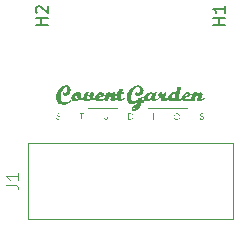
<source format=gto>
G04 #@! TF.GenerationSoftware,KiCad,Pcbnew,9.0.2-9.0.2-0~ubuntu24.04.1*
G04 #@! TF.CreationDate,2025-06-11T11:14:10+02:00*
G04 #@! TF.ProjectId,Conn_Ruban_Pixels,436f6e6e-5f52-4756-9261-6e5f50697865,rev?*
G04 #@! TF.SameCoordinates,Original*
G04 #@! TF.FileFunction,Legend,Top*
G04 #@! TF.FilePolarity,Positive*
%FSLAX46Y46*%
G04 Gerber Fmt 4.6, Leading zero omitted, Abs format (unit mm)*
G04 Created by KiCad (PCBNEW 9.0.2-9.0.2-0~ubuntu24.04.1) date 2025-06-11 11:14:10*
%MOMM*%
%LPD*%
G01*
G04 APERTURE LIST*
%ADD10C,0.100000*%
%ADD11C,0.150000*%
%ADD12C,0.000000*%
%ADD13C,3.000000*%
%ADD14C,3.600000*%
%ADD15C,5.600000*%
G04 APERTURE END LIST*
D10*
X134457419Y-105333333D02*
X135171704Y-105333333D01*
X135171704Y-105333333D02*
X135314561Y-105380952D01*
X135314561Y-105380952D02*
X135409800Y-105476190D01*
X135409800Y-105476190D02*
X135457419Y-105619047D01*
X135457419Y-105619047D02*
X135457419Y-105714285D01*
X135457419Y-104333333D02*
X135457419Y-104904761D01*
X135457419Y-104619047D02*
X134457419Y-104619047D01*
X134457419Y-104619047D02*
X134600276Y-104714285D01*
X134600276Y-104714285D02*
X134695514Y-104809523D01*
X134695514Y-104809523D02*
X134743133Y-104904761D01*
D11*
X152954819Y-91761904D02*
X151954819Y-91761904D01*
X152431009Y-91761904D02*
X152431009Y-91190476D01*
X152954819Y-91190476D02*
X151954819Y-91190476D01*
X152954819Y-90190476D02*
X152954819Y-90761904D01*
X152954819Y-90476190D02*
X151954819Y-90476190D01*
X151954819Y-90476190D02*
X152097676Y-90571428D01*
X152097676Y-90571428D02*
X152192914Y-90666666D01*
X152192914Y-90666666D02*
X152240533Y-90761904D01*
X137954819Y-91761904D02*
X136954819Y-91761904D01*
X137431009Y-91761904D02*
X137431009Y-91190476D01*
X137954819Y-91190476D02*
X136954819Y-91190476D01*
X137050057Y-90761904D02*
X137002438Y-90714285D01*
X137002438Y-90714285D02*
X136954819Y-90619047D01*
X136954819Y-90619047D02*
X136954819Y-90380952D01*
X136954819Y-90380952D02*
X137002438Y-90285714D01*
X137002438Y-90285714D02*
X137050057Y-90238095D01*
X137050057Y-90238095D02*
X137145295Y-90190476D01*
X137145295Y-90190476D02*
X137240533Y-90190476D01*
X137240533Y-90190476D02*
X137383390Y-90238095D01*
X137383390Y-90238095D02*
X137954819Y-90809523D01*
X137954819Y-90809523D02*
X137954819Y-90190476D01*
D10*
X136270000Y-101770000D02*
X153630000Y-101770000D01*
X153630000Y-108230000D01*
X136270000Y-108230000D01*
X136270000Y-101770000D01*
D12*
G36*
X139203397Y-98621935D02*
G01*
X139194017Y-98631315D01*
X139184637Y-98621935D01*
X139194017Y-98612555D01*
X139203397Y-98621935D01*
G37*
G36*
X146932512Y-99300290D02*
G01*
X146939451Y-99365108D01*
X146944726Y-99465080D01*
X146946771Y-99541090D01*
X146947792Y-99664471D01*
X146945425Y-99750716D01*
X146939659Y-99800055D01*
X146932113Y-99813146D01*
X146908176Y-99798323D01*
X146902902Y-99788751D01*
X146899791Y-99761669D01*
X146897935Y-99704930D01*
X146897452Y-99626377D01*
X146898460Y-99533854D01*
X146898801Y-99516685D01*
X146902941Y-99400084D01*
X146909124Y-99320521D01*
X146916607Y-99277619D01*
X146924650Y-99271001D01*
X146932512Y-99300290D01*
G37*
G36*
X140929782Y-99251376D02*
G01*
X140983543Y-99255059D01*
X141012403Y-99262412D01*
X141022650Y-99274427D01*
X141023042Y-99278508D01*
X141010651Y-99298074D01*
X140969578Y-99306136D01*
X140948005Y-99306647D01*
X140872968Y-99306647D01*
X140872968Y-99559896D01*
X140872375Y-99663659D01*
X140870189Y-99735377D01*
X140865805Y-99780510D01*
X140858616Y-99804520D01*
X140848016Y-99812867D01*
X140844829Y-99813146D01*
X140833300Y-99807804D01*
X140825332Y-99788135D01*
X140820317Y-99748681D01*
X140817649Y-99683980D01*
X140816722Y-99588572D01*
X140816691Y-99559896D01*
X140816691Y-99306647D01*
X140741654Y-99306647D01*
X140689478Y-99302000D01*
X140667979Y-99286598D01*
X140666617Y-99278508D01*
X140672995Y-99265094D01*
X140696322Y-99256606D01*
X140742888Y-99252049D01*
X140818982Y-99250431D01*
X140844829Y-99250369D01*
X140929782Y-99251376D01*
G37*
G36*
X144988558Y-99261792D02*
G01*
X145083920Y-99294709D01*
X145159272Y-99348827D01*
X145188126Y-99385097D01*
X145216230Y-99458083D01*
X145223465Y-99543894D01*
X145210710Y-99628488D01*
X145178847Y-99697822D01*
X145167654Y-99711496D01*
X145104112Y-99766554D01*
X145032868Y-99798632D01*
X144942451Y-99812042D01*
X144897254Y-99813146D01*
X144773885Y-99813146D01*
X144774941Y-99756868D01*
X144831166Y-99756868D01*
X144936218Y-99756868D01*
X145000601Y-99754300D01*
X145043725Y-99742532D01*
X145081720Y-99715471D01*
X145105051Y-99693087D01*
X145146098Y-99645699D01*
X145164644Y-99600733D01*
X145168832Y-99542353D01*
X145153706Y-99447915D01*
X145109411Y-99376371D01*
X145037569Y-99329181D01*
X144939805Y-99307808D01*
X144906806Y-99306647D01*
X144831166Y-99306647D01*
X144831166Y-99531758D01*
X144831166Y-99756868D01*
X144774941Y-99756868D01*
X144779077Y-99536447D01*
X144779165Y-99531758D01*
X144784268Y-99259749D01*
X144882539Y-99254086D01*
X144988558Y-99261792D01*
G37*
G36*
X142734968Y-99304868D02*
G01*
X142743232Y-99377016D01*
X142748891Y-99468917D01*
X142756480Y-99581066D01*
X142769209Y-99660801D01*
X142789510Y-99713125D01*
X142819819Y-99743045D01*
X142862568Y-99755567D01*
X142888908Y-99756868D01*
X142940080Y-99753398D01*
X142976396Y-99739282D01*
X143000759Y-99708965D01*
X143016072Y-99656891D01*
X143025236Y-99577503D01*
X143030280Y-99486262D01*
X143036769Y-99381514D01*
X143045163Y-99310204D01*
X143054539Y-99273015D01*
X143063977Y-99270633D01*
X143072553Y-99303743D01*
X143079345Y-99373031D01*
X143082662Y-99447341D01*
X143084564Y-99552700D01*
X143082050Y-99628306D01*
X143073561Y-99681816D01*
X143057539Y-99720887D01*
X143032425Y-99753175D01*
X143017402Y-99767847D01*
X142950076Y-99807133D01*
X142874654Y-99812755D01*
X142798998Y-99785003D01*
X142763257Y-99758450D01*
X142701993Y-99703754D01*
X142701993Y-99486583D01*
X142704006Y-99379219D01*
X142709351Y-99306973D01*
X142716986Y-99270238D01*
X142725872Y-99269406D01*
X142734968Y-99304868D01*
G37*
G36*
X148998978Y-99276962D02*
G01*
X149080443Y-99325106D01*
X149140673Y-99398934D01*
X149174024Y-99493201D01*
X149177130Y-99515545D01*
X149170173Y-99608954D01*
X149133431Y-99689611D01*
X149073602Y-99753518D01*
X148997384Y-99796676D01*
X148911476Y-99815088D01*
X148822575Y-99804754D01*
X148749930Y-99770564D01*
X148680118Y-99704578D01*
X148636896Y-99622637D01*
X148622350Y-99533603D01*
X148629191Y-99496794D01*
X148682223Y-99496794D01*
X148682521Y-99576921D01*
X148714516Y-99659031D01*
X148771865Y-99719544D01*
X148848959Y-99752402D01*
X148938043Y-99755474D01*
X149003865Y-99738577D01*
X149054355Y-99702653D01*
X149097023Y-99643520D01*
X149122966Y-99575468D01*
X149126890Y-99541137D01*
X149110114Y-99465103D01*
X149065886Y-99394251D01*
X149003359Y-99341999D01*
X148984937Y-99332992D01*
X148900165Y-99314486D01*
X148822608Y-99327520D01*
X148757167Y-99366187D01*
X148708738Y-99424581D01*
X148682223Y-99496794D01*
X148629191Y-99496794D01*
X148638567Y-99446339D01*
X148662739Y-99400252D01*
X148729671Y-99321456D01*
X148803293Y-99276051D01*
X148890625Y-99259915D01*
X148901919Y-99259749D01*
X148998978Y-99276962D01*
G37*
G36*
X148498289Y-98837822D02*
G01*
X148848832Y-98838286D01*
X149164287Y-98839059D01*
X149444387Y-98840136D01*
X149688866Y-98841516D01*
X149897458Y-98843197D01*
X150069896Y-98845177D01*
X150205913Y-98847453D01*
X150305244Y-98850023D01*
X150367621Y-98852885D01*
X150392779Y-98856036D01*
X150393278Y-98856425D01*
X150376615Y-98859648D01*
X150322497Y-98862568D01*
X150230987Y-98865186D01*
X150102149Y-98867502D01*
X149936044Y-98869513D01*
X149732736Y-98871221D01*
X149492287Y-98872625D01*
X149214760Y-98873723D01*
X148900218Y-98874516D01*
X148548723Y-98875003D01*
X148160339Y-98875183D01*
X148124518Y-98875185D01*
X147735481Y-98875030D01*
X147382303Y-98874569D01*
X147065149Y-98873802D01*
X146784181Y-98872730D01*
X146539565Y-98871355D01*
X146331463Y-98869678D01*
X146160041Y-98867700D01*
X146025461Y-98865423D01*
X145927888Y-98862849D01*
X145867485Y-98859978D01*
X145844417Y-98856811D01*
X145844165Y-98856425D01*
X145862896Y-98853217D01*
X145918979Y-98850306D01*
X146012249Y-98847692D01*
X146142542Y-98845378D01*
X146309691Y-98843364D01*
X146513531Y-98841651D01*
X146753899Y-98840243D01*
X147030627Y-98839138D01*
X147343552Y-98838340D01*
X147692508Y-98837849D01*
X148077330Y-98837667D01*
X148112925Y-98837666D01*
X148498289Y-98837822D01*
G37*
G36*
X138905720Y-99258820D02*
G01*
X138956584Y-99279462D01*
X139002492Y-99305763D01*
X139030864Y-99331119D01*
X139034564Y-99340763D01*
X139023119Y-99367772D01*
X138994949Y-99365549D01*
X138978577Y-99353809D01*
X138917500Y-99319575D01*
X138850649Y-99314857D01*
X138791141Y-99340513D01*
X138789993Y-99341443D01*
X138760065Y-99377642D01*
X138763946Y-99411282D01*
X138802824Y-99444184D01*
X138877891Y-99478167D01*
X138879862Y-99478905D01*
X138968976Y-99523730D01*
X139026170Y-99577970D01*
X139050049Y-99638339D01*
X139039219Y-99701551D01*
X138998488Y-99758311D01*
X138930449Y-99801562D01*
X138849824Y-99813119D01*
X138765456Y-99792084D01*
X138748485Y-99783657D01*
X138710739Y-99751886D01*
X138696897Y-99718751D01*
X138700856Y-99689405D01*
X138717073Y-99685788D01*
X138752058Y-99707955D01*
X138766815Y-99719350D01*
X138818256Y-99746564D01*
X138868260Y-99756868D01*
X138918847Y-99744313D01*
X138965019Y-99713483D01*
X138993518Y-99674630D01*
X138997045Y-99657278D01*
X138979380Y-99610600D01*
X138925795Y-99566014D01*
X138856351Y-99531268D01*
X138773090Y-99490772D01*
X138722289Y-99452107D01*
X138699355Y-99411200D01*
X138696897Y-99389824D01*
X138712905Y-99345962D01*
X138753004Y-99301463D01*
X138805310Y-99266329D01*
X138857937Y-99250566D01*
X138862480Y-99250439D01*
X138905720Y-99258820D01*
G37*
G36*
X151094655Y-99260677D02*
G01*
X151146134Y-99286462D01*
X151181707Y-99320020D01*
X151190546Y-99344647D01*
X151186597Y-99374069D01*
X151170406Y-99377740D01*
X151135461Y-99355617D01*
X151120628Y-99344165D01*
X151072516Y-99313844D01*
X151028650Y-99309839D01*
X150974838Y-99328809D01*
X150934836Y-99358013D01*
X150932012Y-99392229D01*
X150966362Y-99431450D01*
X151037882Y-99475669D01*
X151061553Y-99487496D01*
X151147349Y-99537031D01*
X151198111Y-99587510D01*
X151216233Y-99642470D01*
X151205897Y-99700688D01*
X151165820Y-99761519D01*
X151104066Y-99800203D01*
X151030719Y-99814562D01*
X150955864Y-99802421D01*
X150896134Y-99767553D01*
X150862789Y-99732893D01*
X150858681Y-99708955D01*
X150865073Y-99700020D01*
X150888014Y-99690660D01*
X150918466Y-99710149D01*
X150926041Y-99717474D01*
X150976883Y-99747131D01*
X151039520Y-99756447D01*
X151097785Y-99744608D01*
X151123549Y-99727390D01*
X151145773Y-99686959D01*
X151153027Y-99645111D01*
X151150325Y-99617806D01*
X151138190Y-99595637D01*
X151110584Y-99574241D01*
X151061468Y-99549253D01*
X150984801Y-99516308D01*
X150961413Y-99506642D01*
X150901919Y-99466366D01*
X150874290Y-99410366D01*
X150879301Y-99349578D01*
X150906530Y-99312112D01*
X150955472Y-99277257D01*
X151010938Y-99254413D01*
X151039608Y-99250369D01*
X151094655Y-99260677D01*
G37*
G36*
X142637265Y-98840199D02*
G01*
X142909249Y-98840475D01*
X143174761Y-98840903D01*
X143431264Y-98841486D01*
X143676221Y-98842222D01*
X143907094Y-98843111D01*
X144121348Y-98844155D01*
X144316445Y-98845352D01*
X144489848Y-98846703D01*
X144639021Y-98848209D01*
X144761426Y-98849869D01*
X144854527Y-98851683D01*
X144915786Y-98853651D01*
X144942667Y-98855775D01*
X144943722Y-98856302D01*
X144925040Y-98859261D01*
X144868987Y-98861929D01*
X144775549Y-98864305D01*
X144644713Y-98866390D01*
X144476466Y-98868183D01*
X144270796Y-98869686D01*
X144027688Y-98870898D01*
X143747131Y-98871819D01*
X143429111Y-98872448D01*
X143073614Y-98872788D01*
X142680629Y-98872836D01*
X142250141Y-98872594D01*
X142172045Y-98872522D01*
X141854181Y-98872129D01*
X141547607Y-98871576D01*
X141254314Y-98870875D01*
X140976296Y-98870039D01*
X140715543Y-98869079D01*
X140474049Y-98868006D01*
X140253806Y-98866834D01*
X140056805Y-98865573D01*
X139885040Y-98864235D01*
X139740503Y-98862832D01*
X139625185Y-98861376D01*
X139541079Y-98859878D01*
X139490177Y-98858352D01*
X139474471Y-98856807D01*
X139475405Y-98856550D01*
X139505927Y-98854388D01*
X139570566Y-98852377D01*
X139666787Y-98850518D01*
X139792053Y-98848811D01*
X139943825Y-98847255D01*
X140119569Y-98845852D01*
X140316746Y-98844600D01*
X140532820Y-98843501D01*
X140765253Y-98842554D01*
X141011510Y-98841759D01*
X141269053Y-98841117D01*
X141535344Y-98840628D01*
X141807849Y-98840291D01*
X142084028Y-98840107D01*
X142361346Y-98840077D01*
X142637265Y-98840199D01*
G37*
G36*
X139628656Y-96922522D02*
G01*
X139730804Y-96962585D01*
X139813703Y-97027932D01*
X139874065Y-97114883D01*
X139908600Y-97219757D01*
X139914020Y-97338872D01*
X139887036Y-97468548D01*
X139878908Y-97491595D01*
X139836760Y-97573222D01*
X139775913Y-97653011D01*
X139706147Y-97720175D01*
X139637239Y-97763929D01*
X139628948Y-97767300D01*
X139552485Y-97784774D01*
X139470507Y-97785636D01*
X139393155Y-97771845D01*
X139330573Y-97745359D01*
X139292905Y-97708136D01*
X139290086Y-97701892D01*
X139279611Y-97642149D01*
X139282603Y-97569284D01*
X139297598Y-97504481D01*
X139304825Y-97488669D01*
X139329886Y-97443439D01*
X139362595Y-97493359D01*
X139403626Y-97532146D01*
X139450442Y-97538948D01*
X139499094Y-97518013D01*
X139545630Y-97473588D01*
X139586102Y-97409923D01*
X139616557Y-97331264D01*
X139633046Y-97241860D01*
X139634859Y-97200588D01*
X139629365Y-97125160D01*
X139610159Y-97079977D01*
X139573155Y-97059022D01*
X139536379Y-97055539D01*
X139453963Y-97073374D01*
X139372770Y-97123239D01*
X139295461Y-97199671D01*
X139224693Y-97297210D01*
X139163126Y-97410393D01*
X139113419Y-97533760D01*
X139078231Y-97661847D01*
X139060220Y-97789195D01*
X139062046Y-97910340D01*
X139078607Y-97995835D01*
X139128433Y-98116146D01*
X139200194Y-98218366D01*
X139287495Y-98293439D01*
X139289809Y-98294882D01*
X139341330Y-98320926D01*
X139397397Y-98334142D01*
X139473153Y-98337823D01*
X139486977Y-98337758D01*
X139593774Y-98326674D01*
X139687771Y-98292584D01*
X139778264Y-98231032D01*
X139849707Y-98163874D01*
X139892574Y-98122121D01*
X139925793Y-98094307D01*
X139938814Y-98087297D01*
X139947310Y-98104183D01*
X139952727Y-98147397D01*
X139953766Y-98181989D01*
X139948780Y-98241105D01*
X139930308Y-98289572D01*
X139893078Y-98333566D01*
X139831820Y-98379264D01*
X139741262Y-98432845D01*
X139738315Y-98434485D01*
X139581061Y-98504641D01*
X139419896Y-98544381D01*
X139261638Y-98552730D01*
X139113105Y-98528709D01*
X139102547Y-98525575D01*
X138961711Y-98465146D01*
X138847706Y-98378526D01*
X138760339Y-98265551D01*
X138731097Y-98209232D01*
X138710029Y-98156229D01*
X138697036Y-98102019D01*
X138690364Y-98035091D01*
X138688260Y-97943931D01*
X138688230Y-97927843D01*
X138702777Y-97738556D01*
X138747842Y-97565321D01*
X138825503Y-97403022D01*
X138937834Y-97246543D01*
X138987580Y-97190198D01*
X139109186Y-97075080D01*
X139232794Y-96992325D01*
X139365694Y-96937152D01*
X139379768Y-96932970D01*
X139510548Y-96911423D01*
X139628656Y-96922522D01*
G37*
G36*
X144340322Y-97215015D02*
G01*
X144339687Y-97236032D01*
X144329667Y-97282278D01*
X144313027Y-97343488D01*
X144292536Y-97409393D01*
X144273349Y-97463552D01*
X144280366Y-97479482D01*
X144319553Y-97486462D01*
X144343426Y-97487001D01*
X144393653Y-97489980D01*
X144413212Y-97500606D01*
X144412190Y-97513808D01*
X144401838Y-97549891D01*
X144390451Y-97601737D01*
X144389515Y-97606654D01*
X144379385Y-97647076D01*
X144361290Y-97667329D01*
X144323681Y-97675724D01*
X144289929Y-97678334D01*
X144202732Y-97683973D01*
X144161639Y-97796529D01*
X144131122Y-97893725D01*
X144121116Y-97964988D01*
X144131340Y-98015615D01*
X144148775Y-98040040D01*
X144195116Y-98060350D01*
X144262980Y-98051299D01*
X144350872Y-98013150D01*
X144373213Y-98000606D01*
X144428280Y-97969933D01*
X144458733Y-97959212D01*
X144471804Y-97968560D01*
X144474728Y-97998098D01*
X144474741Y-98002273D01*
X144464268Y-98038172D01*
X144429496Y-98079049D01*
X144375410Y-98123558D01*
X144273555Y-98192457D01*
X144182873Y-98234515D01*
X144093237Y-98253778D01*
X144043605Y-98256130D01*
X143979435Y-98252041D01*
X143932770Y-98234730D01*
X143884029Y-98196631D01*
X143879916Y-98192882D01*
X143810900Y-98129634D01*
X143719354Y-98185962D01*
X143615489Y-98235007D01*
X143514179Y-98255339D01*
X143421759Y-98246940D01*
X143344563Y-98209796D01*
X143319449Y-98186975D01*
X143284183Y-98128296D01*
X143275952Y-98054868D01*
X143294891Y-97962828D01*
X143330428Y-97871566D01*
X143357938Y-97807930D01*
X143377987Y-97757125D01*
X143386622Y-97729235D01*
X143386705Y-97728062D01*
X143374221Y-97722014D01*
X143341264Y-97737250D01*
X143294577Y-97769229D01*
X143240906Y-97813412D01*
X143194613Y-97857391D01*
X143153712Y-97900995D01*
X143129462Y-97936662D01*
X143116795Y-97977316D01*
X143110641Y-98035881D01*
X143108351Y-98077316D01*
X143105115Y-98142874D01*
X143098796Y-98185620D01*
X143082520Y-98211593D01*
X143049409Y-98226829D01*
X142992588Y-98237367D01*
X142913894Y-98248041D01*
X142860336Y-98253980D01*
X142832669Y-98249462D01*
X142819720Y-98229853D01*
X142813842Y-98206543D01*
X142801320Y-98154023D01*
X142787317Y-98126801D01*
X142763686Y-98122957D01*
X142722276Y-98140575D01*
X142665770Y-98171686D01*
X142535993Y-98227586D01*
X142404257Y-98253759D01*
X142276933Y-98250432D01*
X142160394Y-98217828D01*
X142061013Y-98156175D01*
X142054014Y-98150013D01*
X142008731Y-98111586D01*
X141977015Y-98095213D01*
X141945898Y-98096419D01*
X141920964Y-98104124D01*
X141841892Y-98121496D01*
X141762613Y-98122317D01*
X141699451Y-98106542D01*
X141695934Y-98104750D01*
X141665141Y-98096235D01*
X141630522Y-98108495D01*
X141594111Y-98133753D01*
X141491059Y-98197255D01*
X141382825Y-98237717D01*
X141275785Y-98255075D01*
X141176319Y-98249268D01*
X141090803Y-98220235D01*
X141025617Y-98167915D01*
X141006088Y-98139433D01*
X140978858Y-98102930D01*
X140950112Y-98096441D01*
X140938626Y-98099743D01*
X140901352Y-98106902D01*
X140839970Y-98112400D01*
X140769098Y-98115015D01*
X140688988Y-98118798D01*
X140633316Y-98129823D01*
X140589251Y-98151025D01*
X140577904Y-98158714D01*
X140462400Y-98222480D01*
X140344208Y-98253331D01*
X140228852Y-98250524D01*
X140131979Y-98218585D01*
X140054523Y-98161048D01*
X139994055Y-98079996D01*
X139960325Y-97988725D01*
X139959358Y-97983173D01*
X139961889Y-97904934D01*
X139968195Y-97883570D01*
X140298025Y-97883570D01*
X140300150Y-97958890D01*
X140318907Y-98022765D01*
X140354000Y-98067921D01*
X140405130Y-98087087D01*
X140411800Y-98087297D01*
X140456939Y-98073847D01*
X140487585Y-98050683D01*
X140507440Y-98024910D01*
X140508820Y-98001475D01*
X140490790Y-97965803D01*
X140481113Y-97949983D01*
X140454403Y-97884538D01*
X140442146Y-97806939D01*
X140444948Y-97731528D01*
X140463414Y-97672649D01*
X140469048Y-97664110D01*
X140494830Y-97621618D01*
X140494651Y-97600893D01*
X140473217Y-97602090D01*
X140435234Y-97625364D01*
X140394413Y-97661657D01*
X140344859Y-97727681D01*
X140312829Y-97804076D01*
X140298025Y-97883570D01*
X139968195Y-97883570D01*
X139988326Y-97815374D01*
X140033640Y-97727055D01*
X140091001Y-97654328D01*
X140185864Y-97583570D01*
X140312724Y-97527963D01*
X140462751Y-97489863D01*
X140581069Y-97480709D01*
X140675638Y-97499640D01*
X140744729Y-97544367D01*
X140786613Y-97612598D01*
X140799561Y-97702042D01*
X140781845Y-97810408D01*
X140757238Y-97880064D01*
X140734485Y-97945937D01*
X140734908Y-97986092D01*
X140761041Y-98006140D01*
X140815420Y-98011694D01*
X140816691Y-98011696D01*
X140886802Y-98000657D01*
X140935782Y-97964396D01*
X140968676Y-97898250D01*
X140978505Y-97862186D01*
X140999585Y-97784800D01*
X141027884Y-97697297D01*
X141046541Y-97646455D01*
X141090618Y-97533899D01*
X141254323Y-97507845D01*
X141328700Y-97497455D01*
X141388318Y-97491838D01*
X141424054Y-97491734D01*
X141429815Y-97493578D01*
X141428252Y-97514712D01*
X141415305Y-97563584D01*
X141393130Y-97632944D01*
X141363883Y-97715540D01*
X141363490Y-97716604D01*
X141332557Y-97805196D01*
X141307440Y-97886536D01*
X141290871Y-97951136D01*
X141285524Y-97987471D01*
X141296537Y-98041994D01*
X141323800Y-98085633D01*
X141359065Y-98105809D01*
X141363281Y-98106056D01*
X141403361Y-98094286D01*
X141456205Y-98064268D01*
X141505278Y-98026169D01*
X141532475Y-97996579D01*
X141534511Y-97969456D01*
X141519348Y-97935649D01*
X141495264Y-97853523D01*
X141496121Y-97760066D01*
X141519202Y-97667342D01*
X141561789Y-97587413D01*
X141608356Y-97540589D01*
X141670998Y-97510771D01*
X141740810Y-97499400D01*
X141804113Y-97507187D01*
X141841712Y-97528503D01*
X141868623Y-97580864D01*
X141871620Y-97656175D01*
X141851312Y-97748992D01*
X141808305Y-97853868D01*
X141804606Y-97861234D01*
X141738621Y-97991119D01*
X141788845Y-98001740D01*
X141845239Y-98004533D01*
X141894400Y-97997145D01*
X141931979Y-97980201D01*
X141955365Y-97947764D01*
X141971093Y-97898608D01*
X142004501Y-97800454D01*
X142280706Y-97800454D01*
X142301391Y-97820880D01*
X142347807Y-97815571D01*
X142394204Y-97795630D01*
X142441612Y-97757296D01*
X142473005Y-97706050D01*
X142481075Y-97655331D01*
X142477755Y-97641964D01*
X142453146Y-97620030D01*
X142412978Y-97622242D01*
X142367355Y-97645376D01*
X142326379Y-97686207D01*
X142322725Y-97691437D01*
X142287300Y-97756554D01*
X142280706Y-97800454D01*
X142004501Y-97800454D01*
X142008131Y-97789788D01*
X142061500Y-97701859D01*
X142123601Y-97634452D01*
X142221036Y-97557079D01*
X142321176Y-97510560D01*
X142389633Y-97494658D01*
X142492113Y-97488992D01*
X142582730Y-97503793D01*
X142657402Y-97535409D01*
X142712047Y-97580187D01*
X142742582Y-97634472D01*
X142744924Y-97694612D01*
X142714992Y-97756953D01*
X142701114Y-97773401D01*
X142636287Y-97826346D01*
X142545863Y-97877305D01*
X142441534Y-97920178D01*
X142388337Y-97936534D01*
X142336158Y-97952630D01*
X142313746Y-97967237D01*
X142314088Y-97986286D01*
X142318546Y-97995587D01*
X142359349Y-98038453D01*
X142423383Y-98071091D01*
X142496527Y-98086783D01*
X142511327Y-98087297D01*
X142564162Y-98078467D01*
X142630994Y-98055775D01*
X142674616Y-98035661D01*
X142723320Y-98009129D01*
X142754974Y-97985177D01*
X142776368Y-97954033D01*
X142794290Y-97905927D01*
X142814727Y-97833999D01*
X142847644Y-97723614D01*
X142879575Y-97633791D01*
X142908429Y-97569761D01*
X142932114Y-97536755D01*
X142934083Y-97535383D01*
X142961050Y-97526983D01*
X143012012Y-97516828D01*
X143076084Y-97506458D01*
X143142379Y-97497412D01*
X143200010Y-97491231D01*
X143238092Y-97489456D01*
X143246994Y-97491111D01*
X143246138Y-97512317D01*
X143233022Y-97554098D01*
X143227498Y-97567935D01*
X143205235Y-97627817D01*
X143202407Y-97656740D01*
X143219823Y-97656310D01*
X143257896Y-97628467D01*
X143368296Y-97553136D01*
X143481226Y-97508894D01*
X143561828Y-97497937D01*
X143622304Y-97500563D01*
X143661853Y-97515097D01*
X143696610Y-97547599D01*
X143697833Y-97549015D01*
X143730507Y-97601135D01*
X143740762Y-97660618D01*
X143728511Y-97735023D01*
X143694572Y-97829730D01*
X143654711Y-97928665D01*
X143631246Y-97997343D01*
X143624637Y-98039474D01*
X143635344Y-98058769D01*
X143663827Y-98058935D01*
X143710546Y-98043684D01*
X143720617Y-98039712D01*
X143764280Y-98019654D01*
X143787744Y-97996334D01*
X143799397Y-97957146D01*
X143805106Y-97912745D01*
X143814082Y-97842411D01*
X143824412Y-97776852D01*
X143828728Y-97754320D01*
X143834095Y-97711863D01*
X143823651Y-97695082D01*
X143811133Y-97693353D01*
X143789054Y-97687880D01*
X143782187Y-97666611D01*
X143789954Y-97622267D01*
X143802082Y-97579272D01*
X143823296Y-97528868D01*
X143852380Y-97506029D01*
X143870690Y-97502059D01*
X143900389Y-97492107D01*
X143924281Y-97465073D01*
X143948755Y-97412651D01*
X143957951Y-97388625D01*
X143982053Y-97328832D01*
X144003776Y-97283400D01*
X144015968Y-97265024D01*
X144041744Y-97254993D01*
X144092363Y-97243256D01*
X144157036Y-97231474D01*
X144224974Y-97221313D01*
X144285389Y-97214435D01*
X144327493Y-97212504D01*
X144340322Y-97215015D01*
G37*
G36*
X145739305Y-96927732D02*
G01*
X145858999Y-96966913D01*
X145955757Y-97029469D01*
X146029118Y-97113045D01*
X146071991Y-97209929D01*
X146086425Y-97314749D01*
X146074467Y-97422129D01*
X146038166Y-97526695D01*
X145979570Y-97623074D01*
X145900727Y-97705892D01*
X145803686Y-97769775D01*
X145690495Y-97809348D01*
X145656227Y-97815335D01*
X145554966Y-97814118D01*
X145469010Y-97782573D01*
X145404033Y-97723013D01*
X145394424Y-97708551D01*
X145360510Y-97632410D01*
X145360905Y-97570351D01*
X145395777Y-97520909D01*
X145417392Y-97505555D01*
X145465245Y-97478121D01*
X145492467Y-97472589D01*
X145510212Y-97490919D01*
X145525258Y-97524520D01*
X145555598Y-97566802D01*
X145595043Y-97578502D01*
X145639676Y-97564223D01*
X145685583Y-97528569D01*
X145728850Y-97476145D01*
X145765562Y-97411555D01*
X145791803Y-97339403D01*
X145803660Y-97264294D01*
X145799566Y-97201895D01*
X145769193Y-97129163D01*
X145713823Y-97078631D01*
X145640367Y-97052753D01*
X145555735Y-97053988D01*
X145468224Y-97084069D01*
X145367816Y-97154727D01*
X145274498Y-97255779D01*
X145191837Y-97380264D01*
X145123396Y-97521222D01*
X145072740Y-97671696D01*
X145043434Y-97824724D01*
X145037518Y-97924949D01*
X145049179Y-98049663D01*
X145084181Y-98145013D01*
X145142545Y-98211029D01*
X145224295Y-98247740D01*
X145301082Y-98256060D01*
X145396027Y-98239363D01*
X145487068Y-98188248D01*
X145576244Y-98101413D01*
X145609674Y-98059304D01*
X145651221Y-98005693D01*
X145683809Y-97974664D01*
X145720747Y-97958604D01*
X145775344Y-97949898D01*
X145806646Y-97946613D01*
X145875212Y-97938777D01*
X145932014Y-97930760D01*
X145961410Y-97925071D01*
X145983424Y-97920091D01*
X145991726Y-97926463D01*
X145986749Y-97951933D01*
X145968927Y-98004248D01*
X145966266Y-98011788D01*
X145937748Y-98096170D01*
X145914499Y-98171688D01*
X145898514Y-98231129D01*
X145891789Y-98267284D01*
X145893467Y-98274889D01*
X145910639Y-98262840D01*
X145947616Y-98230828D01*
X145997315Y-98185055D01*
X146012599Y-98170567D01*
X146067315Y-98116913D01*
X146099956Y-98078244D01*
X146116258Y-98044362D01*
X146121959Y-98005072D01*
X146122677Y-97974974D01*
X146127286Y-97944770D01*
X146446275Y-97944770D01*
X146453247Y-97989965D01*
X146463879Y-98013493D01*
X146498238Y-98044400D01*
X146548885Y-98043680D01*
X146612328Y-98011588D01*
X146625765Y-98001793D01*
X146700731Y-97922890D01*
X146746876Y-97826397D01*
X146759972Y-97721351D01*
X146759657Y-97715628D01*
X146753943Y-97661551D01*
X146741863Y-97634446D01*
X146717263Y-97623767D01*
X146705019Y-97622013D01*
X146648766Y-97633013D01*
X146588888Y-97674208D01*
X146532009Y-97739697D01*
X146488861Y-97814521D01*
X146457701Y-97889840D01*
X146446275Y-97944770D01*
X146127286Y-97944770D01*
X146138966Y-97868226D01*
X146187668Y-97768399D01*
X146271126Y-97670907D01*
X146284820Y-97658009D01*
X146395047Y-97572659D01*
X146507526Y-97520669D01*
X146630932Y-97498434D01*
X146672291Y-97497022D01*
X146751266Y-97499901D01*
X146802604Y-97510775D01*
X146833222Y-97529210D01*
X146885529Y-97558651D01*
X146941705Y-97552492D01*
X146976287Y-97534016D01*
X147018982Y-97514309D01*
X147073395Y-97499567D01*
X147128242Y-97491343D01*
X147172240Y-97491193D01*
X147194105Y-97500669D01*
X147194829Y-97503918D01*
X147188383Y-97529962D01*
X147171041Y-97582139D01*
X147145799Y-97651728D01*
X147127899Y-97698750D01*
X147084182Y-97822292D01*
X147057085Y-97923173D01*
X147047052Y-97998636D01*
X147054529Y-98045925D01*
X147069555Y-98060472D01*
X147121717Y-98062322D01*
X147188920Y-98037998D01*
X147263360Y-97991092D01*
X147314545Y-97947739D01*
X147359333Y-97904201D01*
X147390630Y-97871423D01*
X147401181Y-97857404D01*
X147389700Y-97839460D01*
X147361372Y-97806048D01*
X147354283Y-97798301D01*
X147317734Y-97735577D01*
X147312636Y-97667837D01*
X147334908Y-97602111D01*
X147380468Y-97545432D01*
X147445236Y-97504830D01*
X147525131Y-97487337D01*
X147534888Y-97487125D01*
X147599486Y-97498585D01*
X147637788Y-97535278D01*
X147652715Y-97600243D01*
X147653075Y-97610131D01*
X147659728Y-97655503D01*
X147678845Y-97671771D01*
X147712942Y-97658428D01*
X147764535Y-97614969D01*
X147798633Y-97580798D01*
X147852511Y-97528526D01*
X147893639Y-97499717D01*
X147932278Y-97488202D01*
X147954638Y-97487001D01*
X147998022Y-97490975D01*
X148019679Y-97500745D01*
X148020236Y-97502801D01*
X148013394Y-97525727D01*
X147994916Y-97575175D01*
X147967873Y-97643152D01*
X147944677Y-97699434D01*
X147896448Y-97824693D01*
X147869455Y-97920041D01*
X147863976Y-97986686D01*
X147880287Y-98025835D01*
X147918665Y-98038695D01*
X147979387Y-98026476D01*
X148016397Y-98012122D01*
X148078143Y-97980963D01*
X148108521Y-97952718D01*
X148109793Y-97948113D01*
X148451459Y-97948113D01*
X148461733Y-98003776D01*
X148489887Y-98038286D01*
X148533681Y-98046989D01*
X148590872Y-98025232D01*
X148602288Y-98017811D01*
X148671328Y-97953252D01*
X148727127Y-97869322D01*
X148762123Y-97779404D01*
X148770193Y-97720554D01*
X148759449Y-97659658D01*
X148729688Y-97625940D01*
X148686230Y-97618027D01*
X148634398Y-97634545D01*
X148579514Y-97674122D01*
X148526901Y-97735384D01*
X148493515Y-97791944D01*
X148461306Y-97875951D01*
X148451459Y-97948113D01*
X148109793Y-97948113D01*
X148114032Y-97932762D01*
X148127673Y-97875201D01*
X148164084Y-97804687D01*
X148216494Y-97731394D01*
X148278131Y-97665501D01*
X148309313Y-97639255D01*
X148395483Y-97576556D01*
X148465119Y-97535200D01*
X148529161Y-97510983D01*
X148598553Y-97499698D01*
X148679081Y-97497126D01*
X148822048Y-97497360D01*
X148874659Y-97281139D01*
X148895462Y-97196505D01*
X148913093Y-97126390D01*
X148925677Y-97078143D01*
X148931321Y-97059135D01*
X148951240Y-97052734D01*
X148997900Y-97043459D01*
X149061011Y-97032843D01*
X149130286Y-97022419D01*
X149195434Y-97013719D01*
X149246168Y-97008276D01*
X149272199Y-97007623D01*
X149273498Y-97008161D01*
X149272274Y-97028552D01*
X149262291Y-97076700D01*
X149245388Y-97144371D01*
X149232744Y-97190721D01*
X149200880Y-97308476D01*
X149167770Y-97438256D01*
X149135747Y-97570233D01*
X149107141Y-97694578D01*
X149084284Y-97801460D01*
X149070583Y-97874434D01*
X149061265Y-97963405D01*
X149069593Y-98020063D01*
X149097403Y-98046119D01*
X149146535Y-98043288D01*
X149218826Y-98013280D01*
X149219329Y-98013024D01*
X149266471Y-97984022D01*
X149290804Y-97949912D01*
X149303608Y-97894675D01*
X149303861Y-97893003D01*
X149328666Y-97809987D01*
X149608615Y-97809987D01*
X149624888Y-97824797D01*
X149667089Y-97817349D01*
X149695055Y-97807479D01*
X149762183Y-97766859D01*
X149797416Y-97709520D01*
X149802363Y-97673254D01*
X149795904Y-97632365D01*
X149772708Y-97618591D01*
X149766378Y-97618316D01*
X149706820Y-97627940D01*
X149663298Y-97660579D01*
X149630176Y-97721880D01*
X149614020Y-97771005D01*
X149608615Y-97809987D01*
X149328666Y-97809987D01*
X149334694Y-97789812D01*
X149390999Y-97697963D01*
X149467111Y-97619773D01*
X149557368Y-97557562D01*
X149656105Y-97513648D01*
X149757659Y-97490348D01*
X149856364Y-97489981D01*
X149946558Y-97514866D01*
X150022576Y-97567320D01*
X150043083Y-97590434D01*
X150076392Y-97646233D01*
X150078113Y-97696312D01*
X150047736Y-97751320D01*
X150034619Y-97767624D01*
X149990368Y-97812288D01*
X149935760Y-97849845D01*
X149862348Y-97884987D01*
X149761685Y-97922406D01*
X149746819Y-97927459D01*
X149624591Y-97968689D01*
X149683895Y-98027993D01*
X149751863Y-98074373D01*
X149831886Y-98088071D01*
X149926345Y-98069125D01*
X150008539Y-98033288D01*
X150066721Y-98000938D01*
X150099679Y-97973348D01*
X150116578Y-97940285D01*
X150124569Y-97903768D01*
X150152456Y-97788074D01*
X150195828Y-97663825D01*
X150225645Y-97595584D01*
X150242369Y-97563732D01*
X150261523Y-97541524D01*
X150290400Y-97526114D01*
X150336295Y-97514654D01*
X150406504Y-97504298D01*
X150482993Y-97495135D01*
X150591467Y-97482526D01*
X150553637Y-97578503D01*
X150515806Y-97674479D01*
X150627731Y-97598079D01*
X150742250Y-97531723D01*
X150844378Y-97496695D01*
X150932161Y-97493197D01*
X151003644Y-97521428D01*
X151039659Y-97555886D01*
X151065968Y-97600770D01*
X151075238Y-97652070D01*
X151066856Y-97716811D01*
X151040210Y-97802017D01*
X151011943Y-97873788D01*
X150983988Y-97945448D01*
X150964219Y-98004259D01*
X150955381Y-98041614D01*
X150955919Y-98049557D01*
X150980478Y-98056638D01*
X151027809Y-98047324D01*
X151088418Y-98024368D01*
X151146512Y-97994296D01*
X151201176Y-97965188D01*
X151231994Y-97958987D01*
X151245022Y-97975944D01*
X151246823Y-97998438D01*
X151230844Y-98037842D01*
X151188314Y-98085887D01*
X151127346Y-98136858D01*
X151056051Y-98185040D01*
X150982543Y-98224717D01*
X150914934Y-98250174D01*
X150880927Y-98256221D01*
X150797484Y-98258670D01*
X150739219Y-98250271D01*
X150694641Y-98228117D01*
X150663844Y-98201295D01*
X150623906Y-98144238D01*
X150609326Y-98075041D01*
X150620124Y-97988838D01*
X150656320Y-97880764D01*
X150665287Y-97859193D01*
X150692071Y-97795296D01*
X150711939Y-97746070D01*
X150721278Y-97720516D01*
X150721565Y-97719046D01*
X150708562Y-97717485D01*
X150674611Y-97735213D01*
X150627303Y-97767158D01*
X150574227Y-97808252D01*
X150529283Y-97847485D01*
X150440177Y-97930465D01*
X150440177Y-98074181D01*
X150439510Y-98146511D01*
X150432950Y-98193030D01*
X150413656Y-98219893D01*
X150374790Y-98233253D01*
X150309511Y-98239265D01*
X150253711Y-98241957D01*
X150151662Y-98246750D01*
X150135167Y-98178792D01*
X150118672Y-98110833D01*
X149986217Y-98178792D01*
X149919323Y-98211666D01*
X149866424Y-98231802D01*
X149813702Y-98242293D01*
X149747339Y-98246233D01*
X149682678Y-98246750D01*
X149578583Y-98243201D01*
X149501511Y-98230095D01*
X149441427Y-98203748D01*
X149388299Y-98160473D01*
X149357798Y-98127419D01*
X149316558Y-98079728D01*
X149217104Y-98147036D01*
X149140532Y-98197459D01*
X149084409Y-98229554D01*
X149039046Y-98247340D01*
X148994758Y-98254837D01*
X148954225Y-98256130D01*
X148869176Y-98243880D01*
X148808697Y-98205249D01*
X148770914Y-98144322D01*
X148752375Y-98105475D01*
X148738946Y-98087453D01*
X148738208Y-98087297D01*
X148719535Y-98098271D01*
X148683866Y-98125709D01*
X148670137Y-98137095D01*
X148561239Y-98208270D01*
X148443388Y-98248206D01*
X148368756Y-98255718D01*
X148315336Y-98253590D01*
X148276640Y-98242250D01*
X148239257Y-98215135D01*
X148194182Y-98170288D01*
X148111931Y-98084446D01*
X148047443Y-98133633D01*
X147939506Y-98201748D01*
X147833127Y-98242317D01*
X147733985Y-98254110D01*
X147647763Y-98235896D01*
X147626095Y-98224891D01*
X147565820Y-98173284D01*
X147537934Y-98107509D01*
X147542089Y-98025411D01*
X147577669Y-97925409D01*
X147601682Y-97871347D01*
X147609549Y-97843759D01*
X147602237Y-97835729D01*
X147589936Y-97837687D01*
X147560328Y-97855144D01*
X147516086Y-97891972D01*
X147474599Y-97932290D01*
X147405111Y-97998433D01*
X147322706Y-98067490D01*
X147235446Y-98133636D01*
X147151390Y-98191044D01*
X147078602Y-98233889D01*
X147026805Y-98255912D01*
X146955914Y-98261658D01*
X146884493Y-98245867D01*
X146822180Y-98213458D01*
X146778613Y-98169344D01*
X146763367Y-98121545D01*
X146759829Y-98095306D01*
X146745487Y-98091285D01*
X146714750Y-98111000D01*
X146673412Y-98145921D01*
X146574843Y-98214851D01*
X146471620Y-98249897D01*
X146397233Y-98256130D01*
X146297911Y-98242246D01*
X146217312Y-98202778D01*
X146173590Y-98158267D01*
X146144312Y-98116467D01*
X146144312Y-98160014D01*
X146129075Y-98236254D01*
X146081798Y-98306963D01*
X146000138Y-98375266D01*
X145966324Y-98397148D01*
X145901071Y-98439668D01*
X145860988Y-98474015D01*
X145837774Y-98508973D01*
X145824792Y-98546898D01*
X145766186Y-98719507D01*
X145691114Y-98858628D01*
X145599672Y-98964168D01*
X145491956Y-99036030D01*
X145368060Y-99074120D01*
X145287517Y-99080713D01*
X145218810Y-99076567D01*
X145169195Y-99059086D01*
X145132753Y-99032970D01*
X145092143Y-98989764D01*
X145076477Y-98941368D01*
X145075036Y-98910288D01*
X145078524Y-98888549D01*
X145206351Y-98888549D01*
X145212199Y-98920905D01*
X145237357Y-98929537D01*
X145257939Y-98928018D01*
X145290716Y-98917942D01*
X145319124Y-98891082D01*
X145350424Y-98839592D01*
X145363712Y-98813688D01*
X145389873Y-98756484D01*
X145405178Y-98713148D01*
X145406505Y-98693901D01*
X145380951Y-98691873D01*
X145341985Y-98713320D01*
X145297341Y-98750721D01*
X145254750Y-98796559D01*
X145221944Y-98843314D01*
X145206655Y-98883465D01*
X145206351Y-98888549D01*
X145078524Y-98888549D01*
X145090950Y-98811110D01*
X145139670Y-98719268D01*
X145222666Y-98632881D01*
X145341409Y-98550062D01*
X145368089Y-98534599D01*
X145442584Y-98483106D01*
X145482204Y-98431747D01*
X145485256Y-98424023D01*
X145496688Y-98384100D01*
X145490402Y-98371618D01*
X145462105Y-98385193D01*
X145431030Y-98406511D01*
X145305352Y-98477705D01*
X145182167Y-98512309D01*
X145064301Y-98510977D01*
X144954579Y-98474364D01*
X144855828Y-98403124D01*
X144770872Y-98297913D01*
X144741535Y-98246750D01*
X144705789Y-98148233D01*
X144685435Y-98026895D01*
X144680982Y-97894353D01*
X144692940Y-97762227D01*
X144715822Y-97660777D01*
X144776852Y-97507216D01*
X144860370Y-97366941D01*
X144962385Y-97241982D01*
X145078903Y-97134373D01*
X145205932Y-97046148D01*
X145339480Y-96979338D01*
X145475553Y-96935977D01*
X145610159Y-96918097D01*
X145739305Y-96927732D01*
G37*
%LPC*%
D13*
X139500000Y-105000000D03*
X145000000Y-105000000D03*
X150500000Y-105000000D03*
D14*
X156000000Y-94000000D03*
D15*
X156000000Y-94000000D03*
D14*
X134000000Y-94000000D03*
D15*
X134000000Y-94000000D03*
D13*
X141500000Y-94000000D03*
X145000000Y-94000000D03*
X148500000Y-94000000D03*
%LPD*%
M02*

</source>
